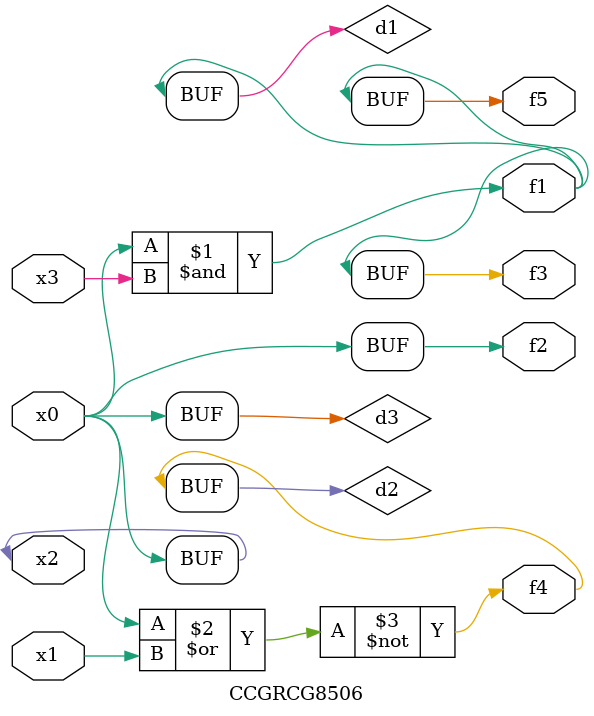
<source format=v>
module CCGRCG8506(
	input x0, x1, x2, x3,
	output f1, f2, f3, f4, f5
);

	wire d1, d2, d3;

	and (d1, x2, x3);
	nor (d2, x0, x1);
	buf (d3, x0, x2);
	assign f1 = d1;
	assign f2 = d3;
	assign f3 = d1;
	assign f4 = d2;
	assign f5 = d1;
endmodule

</source>
